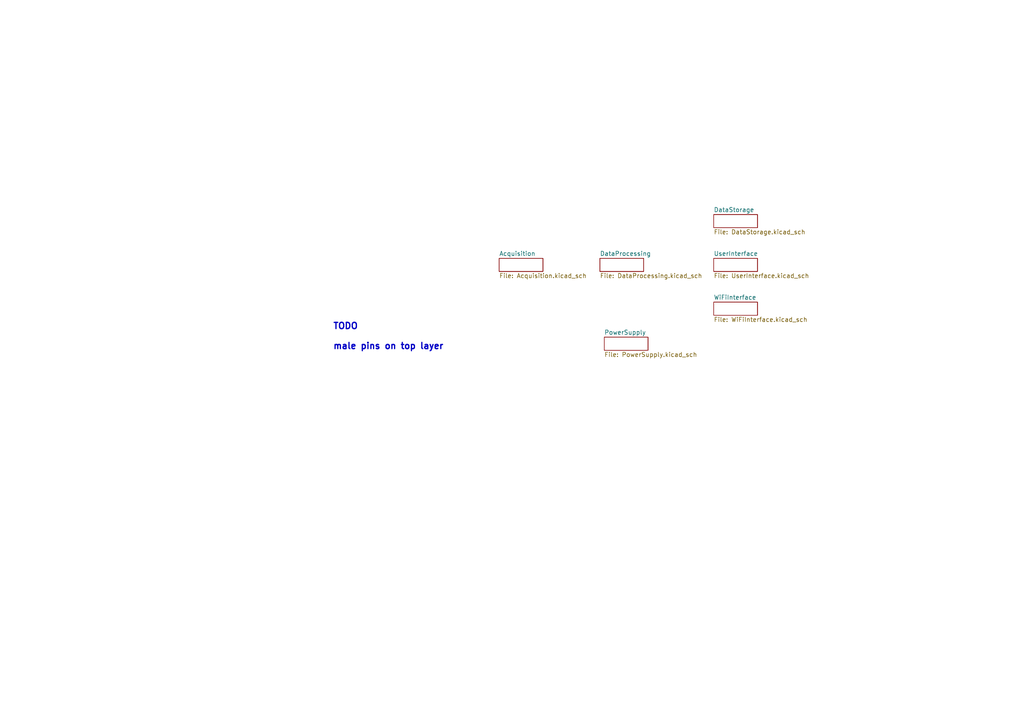
<source format=kicad_sch>
(kicad_sch (version 20210621) (generator eeschema)
  (paper "A4")
  (lib_symbols)
  (text "TODO\n\nmale pins on top layer" (at 96.52 101.6 0) (effects (font (size 1.8034 1.8034) (thickness 0.3607) bold) (justify left bottom)))
  (sheet (at 144.78 74.93) (size 12.7 3.81)
    (property "Sheet name" "Acquisition" (at 144.78 74.2945 0) (effects (justify left bottom)))
    (property "Sheet file" "Acquisition.kicad_sch" (at 144.78 79.2485 0) (effects (justify left top)))
  )
  (sheet (at 173.99 74.93) (size 12.7 3.81)
    (property "Sheet name" "DataProcessing" (at 173.99 74.2945 0) (effects (justify left bottom)))
    (property "Sheet file" "DataProcessing.kicad_sch" (at 173.99 79.2485 0) (effects (justify left top)))
  )
  (sheet (at 207.01 62.23) (size 12.7 3.81)
    (property "Sheet name" "DataStorage" (at 207.01 61.5945 0) (effects (justify left bottom)))
    (property "Sheet file" "DataStorage.kicad_sch" (at 207.01 66.5485 0) (effects (justify left top)))
  )
  (sheet (at 175.26 97.79) (size 12.7 3.81)
    (property "Sheet name" "PowerSupply" (at 175.26 97.1545 0) (effects (justify left bottom)))
    (property "Sheet file" "PowerSupply.kicad_sch" (at 175.26 102.1085 0) (effects (justify left top)))
  )
  (sheet (at 207.01 74.93) (size 12.7 3.81)
    (property "Sheet name" "UserInterface" (at 207.01 74.2945 0) (effects (justify left bottom)))
    (property "Sheet file" "UserInterface.kicad_sch" (at 207.01 79.2485 0) (effects (justify left top)))
  )
  (sheet (at 207.01 87.63) (size 12.7 3.81)
    (property "Sheet name" "WiFiInterface" (at 207.01 86.9945 0) (effects (justify left bottom)))
    (property "Sheet file" "WiFiInterface.kicad_sch" (at 207.01 91.9485 0) (effects (justify left top)))
  )
)
</source>
